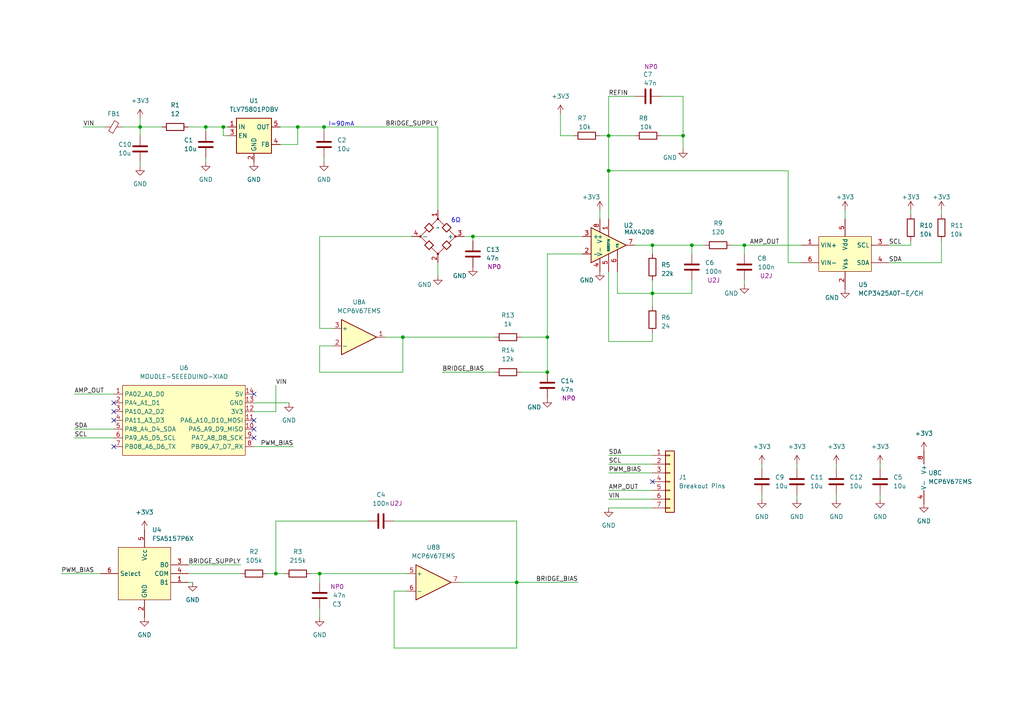
<source format=kicad_sch>
(kicad_sch (version 20230121) (generator eeschema)
  (paper "A4")
  (lib_symbols
    (symbol "1Library:FSA5157P6X"
      (property "Reference" "U" (at -8.8704 5.7829 0))
      (property "Value" "FSA5157P6X" (at -3.7834 3.7163 0))
      (symbol "FSA5157P6X_1_1"
        (rectangle (start -2.54 2.54) (end 12.7 -12.7) (fill (type background)))
        (pin input line (at 17.78 -7.62 180) (length 5.08) (name "B1") (number "1"))
        (pin input line (at 5.08 -17.78 90) (length 5.08) (name "GND") (number "2"))
        (pin input line (at 17.78 -2.54 180) (length 5.08) (name "B0") (number "3"))
        (pin input line (at 17.78 -5.08 180) (length 5.08) (name "COM") (number "4"))
        (pin input line (at 5.08 7.62 270) (length 5.08) (name "Vcc") (number "5"))
        (pin input line (at -7.62 -5.08 0) (length 5.08) (name "Select") (number "6"))
      )
    )
    (symbol "1Library:MAX4208AUA+T"
      (property "Reference" "U" (at -5.08 2.54 0))
      (property "Value" "MAX4208" (at -2.54 0 0))
      (symbol "MAX4208AUA+T_0_1"
        (polyline (pts (xy 5.08 -2.54) (xy 15.24 -7.62) (xy 5.08 -12.7) (xy 5.08 -2.54)) (stroke (width 0.254)) (fill (type background)))
      )
      (symbol "MAX4208AUA+T_1_1"
        (pin input line (at 10.16 0 270) (length 5.2) (name "REFIN") (number "1"))
        (pin input line (at 2.54 -10.16 0) (length 2.54) (name "-") (number "2"))
        (pin input line (at 2.54 -5.08 0) (length 2.54) (name "+") (number "3"))
        (pin power_in line (at 7.62 -15.24 90) (length 3.81) (name "V-") (number "4"))
        (pin input line (at 10.16 -15.24 90) (length 5.2) (name "REF") (number "5"))
        (pin input line (at 12.7 -15.24 90) (length 6.35) (name "FB") (number "6"))
        (pin output line (at 17.78 -7.62 180) (length 2.54) (name "~") (number "7"))
        (pin power_in line (at 7.62 0 270) (length 3.81) (name "V+") (number "8"))
      )
    )
    (symbol "1Library:MCP3425A0T-E/CH"
      (property "Reference" "U" (at -10.0041 3.1828 0))
      (property "Value" "MCP3425A0T-E/CH" (at -1.3986 1.3812 0))
      (symbol "MCP3425A0T-E/CH_1_1"
        (rectangle (start 2.54 0) (end 17.78 -10.16) (fill (type background)))
        (pin input line (at -2.54 -2.54 0) (length 5.08) (name "VIN+") (number "1"))
        (pin input line (at 10.16 -15.24 90) (length 5.08) (name "Vss") (number "2"))
        (pin input line (at 22.86 -2.54 180) (length 5.08) (name "SCL") (number "3"))
        (pin input line (at 22.86 -7.62 180) (length 5.08) (name "SDA") (number "4"))
        (pin input line (at 10.16 5.08 270) (length 5.08) (name "Vdd") (number "5"))
        (pin input line (at -2.54 -7.62 0) (length 5.08) (name "VIN-") (number "6"))
      )
    )
    (symbol "1Library:MOUDLE-SEEEDUINO-XIAO"
      (property "Reference" "U" (at -16.51 11.43 0))
      (property "Value" "MOUDLE-SEEEDUINO-XIAO" (at -3.81 -11.43 0))
      (symbol "MOUDLE-SEEEDUINO-XIAO_1_1"
        (rectangle (start -16.51 10.16) (end 19.05 -10.16) (fill (type background)))
        (pin passive line (at -19.05 7.62 0) (length 2.54) (name "PA02_A0_D0") (number "1"))
        (pin passive line (at 21.59 -2.54 180) (length 2.54) (name "PA5_A9_D9_MISO") (number "10"))
        (pin passive line (at 21.59 0 180) (length 2.54) (name "PA6_A10_D10_MOSI") (number "11"))
        (pin passive line (at 21.59 2.54 180) (length 2.54) (name "3V3") (number "12"))
        (pin passive line (at 21.59 5.08 180) (length 2.54) (name "GND") (number "13"))
        (pin passive line (at 21.59 7.62 180) (length 2.54) (name "5V") (number "14"))
        (pin passive line (at -19.05 5.08 0) (length 2.54) (name "PA4_A1_D1") (number "2"))
        (pin passive line (at -19.05 2.54 0) (length 2.54) (name "PA10_A2_D2") (number "3"))
        (pin passive line (at -19.05 0 0) (length 2.54) (name "PA11_A3_D3") (number "4"))
        (pin passive line (at -19.05 -2.54 0) (length 2.54) (name "PA8_A4_D4_SDA") (number "5"))
        (pin passive line (at -19.05 -5.08 0) (length 2.54) (name "PA9_A5_D5_SCL") (number "6"))
        (pin passive line (at -19.05 -7.62 0) (length 2.54) (name "PB08_A6_D6_TX") (number "7"))
        (pin passive line (at 21.59 -7.62 180) (length 2.54) (name "PB09_A7_D7_RX") (number "8"))
        (pin passive line (at 21.59 -5.08 180) (length 2.54) (name "PA7_A8_D8_SCK") (number "9"))
      )
    )
    (symbol "1Library:bridge"
      (symbol "bridge_0_1"
        (circle (center -5.08 -2.54) (radius 0.254) (fill (type outline)))
        (circle (center 0 -7.62) (radius 0.254) (fill (type outline)))
        (polyline (pts (xy -2.54 -3.81) (xy -3.81 -5.08) (xy -2.54 -6.35) (xy -1.27 -5.08) (xy -2.54 -3.81)) (stroke (width 0.254)))
        (polyline (pts (xy 1.27 0) (xy 2.54 1.27) (xy 3.81 0) (xy 2.54 -1.27) (xy 1.27 0)) (stroke (width 0.254)))
        (polyline (pts (xy 3.81 -5.08) (xy 2.54 -3.81) (xy 1.27 -5.08) (xy 2.54 -6.35) (xy 3.81 -5.08)) (stroke (width 0.254)))
        (circle (center 0 2.54) (radius 0.254) (fill (type outline)))
        (circle (center 5.08 -2.54) (radius 0.254) (fill (type outline)))
      )
      (symbol "bridge_1_1"
        (polyline (pts (xy -3.175 -4.445) (xy -5.08 -2.54) (xy -3.175 -0.635)))
        (polyline (pts (xy -1.905 0.635) (xy 0 2.54) (xy 1.905 0.635)))
        (polyline (pts (xy 1.905 -5.715) (xy 0 -7.62) (xy -1.905 -5.715)))
        (polyline (pts (xy 3.175 -0.635) (xy 5.08 -2.54) (xy 3.175 -4.445)))
        (polyline (pts (xy -3.81 0) (xy -2.54 -1.27) (xy -1.27 0) (xy -2.54 1.27) (xy -3.81 0)) (stroke (width 0.254)))
        (pin passive line (at 0 5.08 270) (length 2.54) (name "~") (number "1"))
        (pin passive line (at 0 -10.16 90) (length 2.54) (name "~") (number "2"))
        (pin passive line (at 7.62 -2.54 180) (length 2.54) (name "+") (number "3"))
        (pin passive line (at -7.62 -2.54 0) (length 2.54) (name "-") (number "4"))
      )
    )
    (symbol "Amplifier_Operational:MCP6V67EMS" (pin_names (offset 0.127))
      (property "Reference" "U" (at 0 5.08 0))
      (property "Value" "MCP6V67EMS" (at 0 -5.08 0))
      (symbol "MCP6V67EMS_1_1"
        (polyline (pts (xy -5.08 5.08) (xy 5.08 0) (xy -5.08 -5.08) (xy -5.08 5.08)) (stroke (width 0.254)) (fill (type background)))
        (pin output line (at 7.62 0 180) (length 2.54) (name "~") (number "1"))
        (pin input line (at -7.62 -2.54 0) (length 2.54) (name "-") (number "2"))
        (pin input line (at -7.62 2.54 0) (length 2.54) (name "+") (number "3"))
      )
      (symbol "MCP6V67EMS_2_1"
        (polyline (pts (xy -5.08 5.08) (xy 5.08 0) (xy -5.08 -5.08) (xy -5.08 5.08)) (stroke (width 0.254)) (fill (type background)))
        (pin input line (at -7.62 2.54 0) (length 2.54) (name "+") (number "5"))
        (pin input line (at -7.62 -2.54 0) (length 2.54) (name "-") (number "6"))
        (pin output line (at 7.62 0 180) (length 2.54) (name "~") (number "7"))
      )
      (symbol "MCP6V67EMS_3_1"
        (pin power_in line (at -2.54 -7.62 90) (length 3.81) (name "V-") (number "4"))
        (pin power_in line (at -2.54 7.62 270) (length 3.81) (name "V+") (number "8"))
      )
    )
    (symbol "Connector_Generic:Conn_01x07" (pin_names (offset 1.016) hide)
      (property "Reference" "J" (at 0 10.16 0))
      (property "Value" "Conn_01x07" (at 0 -10.16 0))
      (symbol "Conn_01x07_1_1"
        (rectangle (start -1.27 -7.493) (end 0 -7.747) (stroke (width 0.1524)))
        (rectangle (start -1.27 -4.953) (end 0 -5.207) (stroke (width 0.1524)))
        (rectangle (start -1.27 -2.413) (end 0 -2.667) (stroke (width 0.1524)))
        (rectangle (start -1.27 0.127) (end 0 -0.127) (stroke (width 0.1524)))
        (rectangle (start -1.27 2.667) (end 0 2.413) (stroke (width 0.1524)))
        (rectangle (start -1.27 5.207) (end 0 4.953) (stroke (width 0.1524)))
        (rectangle (start -1.27 7.747) (end 0 7.493) (stroke (width 0.1524)))
        (rectangle (start -1.27 8.89) (end 1.27 -8.89) (stroke (width 0.254)) (fill (type background)))
        (pin passive line (at -5.08 7.62 0) (length 3.81) (name "Pin_1") (number "1"))
        (pin passive line (at -5.08 5.08 0) (length 3.81) (name "Pin_2") (number "2"))
        (pin passive line (at -5.08 2.54 0) (length 3.81) (name "Pin_3") (number "3"))
        (pin passive line (at -5.08 0 0) (length 3.81) (name "Pin_4") (number "4"))
        (pin passive line (at -5.08 -2.54 0) (length 3.81) (name "Pin_5") (number "5"))
        (pin passive line (at -5.08 -5.08 0) (length 3.81) (name "Pin_6") (number "6"))
        (pin passive line (at -5.08 -7.62 0) (length 3.81) (name "Pin_7") (number "7"))
      )
    )
    (symbol "Device:C" (pin_numbers hide) (pin_names (offset 0.254))
      (property "Reference" "C" (at 0.635 2.54 0))
      (property "Value" "C" (at 0.635 -2.54 0))
      (symbol "C_0_1"
        (polyline (pts (xy -2.032 -0.762) (xy 2.032 -0.762)) (stroke (width 0.508)))
        (polyline (pts (xy -2.032 0.762) (xy 2.032 0.762)) (stroke (width 0.508)))
      )
      (symbol "C_1_1"
        (pin passive line (at 0 3.81 270) (length 2.794) (name "~") (number "1"))
        (pin passive line (at 0 -3.81 90) (length 2.794) (name "~") (number "2"))
      )
    )
    (symbol "Device:FerriteBead_Small" (pin_numbers hide) (pin_names (offset 0))
      (property "Reference" "FB" (at 1.905 1.27 0))
      (property "Value" "FerriteBead_Small" (at 1.905 -1.27 0))
      (symbol "FerriteBead_Small_0_1"
        (polyline (pts (xy 0 -1.27) (xy 0 -0.7874)))
        (polyline (pts (xy 0 0.889) (xy 0 1.2954)))
        (polyline (pts (xy -1.8288 0.2794) (xy -1.1176 1.4986) (xy 1.8288 -0.2032) (xy 1.1176 -1.4224) (xy -1.8288 0.2794)))
      )
      (symbol "FerriteBead_Small_1_1"
        (pin passive line (at 0 2.54 270) (length 1.27) (name "~") (number "1"))
        (pin passive line (at 0 -2.54 90) (length 1.27) (name "~") (number "2"))
      )
    )
    (symbol "Device:R" (pin_numbers hide) (pin_names (offset 0))
      (property "Reference" "R" (at 2.032 0 90))
      (property "Value" "R" (at 0 0 90))
      (symbol "R_0_1"
        (rectangle (start -1.016 -2.54) (end 1.016 2.54) (stroke (width 0.254)))
      )
      (symbol "R_1_1"
        (pin passive line (at 0 3.81 270) (length 1.27) (name "~") (number "1"))
        (pin passive line (at 0 -3.81 90) (length 1.27) (name "~") (number "2"))
      )
    )
    (symbol "Regulator_Linear:TLV75801PDBV"
      (property "Reference" "U" (at -3.81 6.35 0))
      (property "Value" "TLV75801PDBV" (at 0 6.35 0))
      (symbol "TLV75801PDBV_0_1"
        (rectangle (start 5.08 -5.08) (end -5.08 5.08) (stroke (width 0.254)) (fill (type background)))
      )
      (symbol "TLV75801PDBV_1_1"
        (pin power_in line (at -7.62 2.54 0) (length 2.54) (name "IN") (number "1"))
        (pin power_in line (at 0 -7.62 90) (length 2.54) (name "GND") (number "2"))
        (pin input line (at -7.62 0 0) (length 2.54) (name "EN") (number "3"))
        (pin input line (at 7.62 -2.54 180) (length 2.54) (name "FB") (number "4"))
        (pin power_out line (at 7.62 2.54 180) (length 2.54) (name "OUT") (number "5"))
      )
    )
    (symbol "power:+3V3" (power) (pin_names (offset 0))
      (property "Value" "+3V3" (at 0 3.556 0))
      (symbol "+3V3_0_1"
        (polyline (pts (xy -0.762 1.27) (xy 0 2.54)))
        (polyline (pts (xy 0 0) (xy 0 2.54)))
        (polyline (pts (xy 0 2.54) (xy 0.762 1.27)))
      )
      (symbol "+3V3_1_1"
        (pin power_in line (at 0 0 90) (length 0) hide (name "+3V3") (number "1"))
      )
    )
    (symbol "power:GND" (power) (pin_names (offset 0))
      (property "Value" "GND" (at 0 -3.81 0))
      (symbol "GND_0_1"
        (polyline (pts (xy 0 0) (xy 0 -1.27) (xy 1.27 -1.27) (xy 0 -2.54) (xy -1.27 -1.27) (xy 0 -1.27)))
      )
      (symbol "GND_1_1"
        (pin power_in line (at 0 0 270) (length 0) hide (name "GND") (number "1"))
      )
    )
  )
  (junction (at 116.84 97.79))
  (junction (at 158.75 107.95))
  (junction (at 64.77 36.83))
  (junction (at 93.98 36.83))
  (junction (at 149.86 168.91))
  (junction (at 137.16 68.58))
  (junction (at 40.64 36.83))
  (junction (at 198.12 39.37))
  (junction (at 80.01 166.37))
  (junction (at 59.69 36.83))
  (junction (at 92.71 166.37))
  (junction (at 86.36 36.83))
  (junction (at 200.66 71.12))
  (junction (at 158.75 97.79))
  (junction (at 189.23 71.12))
  (junction (at 176.53 39.37))
  (junction (at 176.53 49.53))
  (junction (at 189.23 85.09))
  (junction (at 215.9 71.12))
  (no_connect (at 73.66 114.3))
  (no_connect (at 73.66 127))
  (no_connect (at 73.66 124.46))
  (no_connect (at 189.23 139.7))
  (no_connect (at 33.02 129.54))
  (no_connect (at 33.02 116.84))
  (no_connect (at 33.02 119.38))
  (no_connect (at 73.66 121.92))
  (no_connect (at 33.02 121.92))
  (wire (pts (xy 114.3 187.96) (xy 149.86 187.96)))
  (wire (pts (xy 92.71 166.37) (xy 118.11 166.37)))
  (wire (pts (xy 220.98 144.78) (xy 220.98 143.51)))
  (wire (pts (xy 198.12 39.37) (xy 198.12 27.94)))
  (wire (pts (xy 133.35 168.91) (xy 149.86 168.91)))
  (wire (pts (xy 191.77 27.94) (xy 198.12 27.94)))
  (wire (pts (xy 176.53 134.62) (xy 189.23 134.62)))
  (wire (pts (xy 215.9 73.66) (xy 215.9 71.12)))
  (wire (pts (xy 215.9 82.55) (xy 215.9 81.28)))
  (wire (pts (xy 54.61 166.37) (xy 69.85 166.37)))
  (wire (pts (xy 92.71 68.58) (xy 119.38 68.58)))
  (wire (pts (xy 189.23 71.12) (xy 200.66 71.12)))
  (wire (pts (xy 86.36 36.83) (xy 93.98 36.83)))
  (wire (pts (xy 189.23 71.12) (xy 189.23 73.66)))
  (wire (pts (xy 257.81 76.2) (xy 273.05 76.2)))
  (wire (pts (xy 220.98 134.62) (xy 220.98 135.89)))
  (wire (pts (xy 158.75 107.95) (xy 158.75 97.79)))
  (wire (pts (xy 93.98 36.83) (xy 127 36.83)))
  (wire (pts (xy 21.59 124.46) (xy 33.02 124.46)))
  (wire (pts (xy 149.86 168.91) (xy 149.86 187.96)))
  (wire (pts (xy 198.12 39.37) (xy 198.12 43.18)))
  (wire (pts (xy 80.01 166.37) (xy 82.55 166.37)))
  (wire (pts (xy 158.75 73.66) (xy 168.91 73.66)))
  (wire (pts (xy 21.59 114.3) (xy 33.02 114.3)))
  (wire (pts (xy 137.16 68.58) (xy 168.91 68.58)))
  (wire (pts (xy 255.27 134.62) (xy 255.27 135.89)))
  (wire (pts (xy 73.66 116.84) (xy 83.82 116.84)))
  (wire (pts (xy 200.66 81.28) (xy 200.66 85.09)))
  (wire (pts (xy 273.05 76.2) (xy 273.05 69.85)))
  (wire (pts (xy 149.86 168.91) (xy 149.86 151.13)))
  (wire (pts (xy 66.04 36.83) (xy 64.77 36.83)))
  (wire (pts (xy 151.13 107.95) (xy 158.75 107.95)))
  (wire (pts (xy 257.81 71.12) (xy 264.16 71.12)))
  (wire (pts (xy 116.84 107.95) (xy 116.84 97.79)))
  (wire (pts (xy 231.14 144.78) (xy 231.14 143.51)))
  (wire (pts (xy 59.69 36.83) (xy 54.61 36.83)))
  (wire (pts (xy 245.11 60.96) (xy 245.11 63.5)))
  (wire (pts (xy 179.07 85.09) (xy 189.23 85.09)))
  (wire (pts (xy 127 36.83) (xy 127 60.96)))
  (wire (pts (xy 55.88 168.91) (xy 54.61 168.91)))
  (wire (pts (xy 21.59 127) (xy 33.02 127)))
  (wire (pts (xy 215.9 71.12) (xy 232.41 71.12)))
  (wire (pts (xy 176.53 49.53) (xy 176.53 63.5)))
  (wire (pts (xy 176.53 144.78) (xy 189.23 144.78)))
  (wire (pts (xy 40.64 39.37) (xy 40.64 36.83)))
  (wire (pts (xy 90.17 166.37) (xy 92.71 166.37)))
  (wire (pts (xy 176.53 99.06) (xy 189.23 99.06)))
  (wire (pts (xy 40.64 46.99) (xy 40.64 48.26)))
  (wire (pts (xy 66.04 39.37) (xy 64.77 39.37)))
  (wire (pts (xy 73.66 129.54) (xy 85.09 129.54)))
  (wire (pts (xy 228.6 76.2) (xy 232.41 76.2)))
  (wire (pts (xy 264.16 71.12) (xy 264.16 69.85)))
  (wire (pts (xy 143.51 107.95) (xy 128.27 107.95)))
  (wire (pts (xy 59.69 45.72) (xy 59.69 46.99)))
  (wire (pts (xy 264.16 60.96) (xy 264.16 62.23)))
  (wire (pts (xy 64.77 36.83) (xy 64.77 39.37)))
  (wire (pts (xy 198.12 39.37) (xy 191.77 39.37)))
  (wire (pts (xy 176.53 132.08) (xy 189.23 132.08)))
  (wire (pts (xy 93.98 46.99) (xy 93.98 45.72)))
  (wire (pts (xy 176.53 147.32) (xy 189.23 147.32)))
  (wire (pts (xy 114.3 171.45) (xy 114.3 187.96)))
  (wire (pts (xy 24.13 36.83) (xy 30.48 36.83)))
  (wire (pts (xy 46.99 36.83) (xy 40.64 36.83)))
  (wire (pts (xy 179.07 85.09) (xy 179.07 78.74)))
  (wire (pts (xy 158.75 73.66) (xy 158.75 97.79)))
  (wire (pts (xy 73.66 119.38) (xy 80.01 119.38)))
  (wire (pts (xy 200.66 71.12) (xy 200.66 73.66)))
  (wire (pts (xy 162.56 39.37) (xy 162.56 33.02)))
  (wire (pts (xy 273.05 60.96) (xy 273.05 62.23)))
  (wire (pts (xy 149.86 168.91) (xy 167.64 168.91)))
  (wire (pts (xy 35.56 36.83) (xy 40.64 36.83)))
  (wire (pts (xy 92.71 68.58) (xy 92.71 95.25)))
  (wire (pts (xy 54.61 163.83) (xy 69.85 163.83)))
  (wire (pts (xy 81.28 41.91) (xy 86.36 41.91)))
  (wire (pts (xy 96.52 100.33) (xy 92.71 100.33)))
  (wire (pts (xy 255.27 144.78) (xy 255.27 143.51)))
  (wire (pts (xy 92.71 107.95) (xy 116.84 107.95)))
  (wire (pts (xy 176.53 39.37) (xy 184.15 39.37)))
  (wire (pts (xy 173.99 39.37) (xy 176.53 39.37)))
  (wire (pts (xy 59.69 38.1) (xy 59.69 36.83)))
  (wire (pts (xy 59.69 36.83) (xy 64.77 36.83)))
  (wire (pts (xy 176.53 142.24) (xy 189.23 142.24)))
  (wire (pts (xy 176.53 27.94) (xy 176.53 39.37)))
  (wire (pts (xy 80.01 151.13) (xy 80.01 166.37)))
  (wire (pts (xy 17.78 166.37) (xy 29.21 166.37)))
  (wire (pts (xy 80.01 119.38) (xy 80.01 111.76)))
  (wire (pts (xy 86.36 36.83) (xy 81.28 36.83)))
  (wire (pts (xy 111.76 97.79) (xy 116.84 97.79)))
  (wire (pts (xy 173.99 60.96) (xy 173.99 63.5)))
  (wire (pts (xy 200.66 71.12) (xy 204.47 71.12)))
  (wire (pts (xy 184.15 27.94) (xy 176.53 27.94)))
  (wire (pts (xy 114.3 151.13) (xy 149.86 151.13)))
  (wire (pts (xy 176.53 39.37) (xy 176.53 49.53)))
  (wire (pts (xy 228.6 76.2) (xy 228.6 49.53)))
  (wire (pts (xy 134.62 68.58) (xy 137.16 68.58)))
  (wire (pts (xy 77.47 166.37) (xy 80.01 166.37)))
  (wire (pts (xy 212.09 71.12) (xy 215.9 71.12)))
  (wire (pts (xy 162.56 39.37) (xy 166.37 39.37)))
  (wire (pts (xy 189.23 99.06) (xy 189.23 96.52)))
  (wire (pts (xy 151.13 97.79) (xy 158.75 97.79)))
  (wire (pts (xy 116.84 97.79) (xy 143.51 97.79)))
  (wire (pts (xy 231.14 134.62) (xy 231.14 135.89)))
  (wire (pts (xy 86.36 41.91) (xy 86.36 36.83)))
  (wire (pts (xy 92.71 95.25) (xy 96.52 95.25)))
  (wire (pts (xy 176.53 137.16) (xy 189.23 137.16)))
  (wire (pts (xy 189.23 81.28) (xy 189.23 85.09)))
  (wire (pts (xy 242.57 144.78) (xy 242.57 143.51)))
  (wire (pts (xy 92.71 179.07) (xy 92.71 176.53)))
  (wire (pts (xy 200.66 85.09) (xy 189.23 85.09)))
  (wire (pts (xy 184.15 71.12) (xy 189.23 71.12)))
  (wire (pts (xy 127 80.01) (xy 127 76.2)))
  (wire (pts (xy 92.71 166.37) (xy 92.71 168.91)))
  (wire (pts (xy 92.71 100.33) (xy 92.71 107.95)))
  (wire (pts (xy 137.16 69.85) (xy 137.16 68.58)))
  (wire (pts (xy 189.23 85.09) (xy 189.23 88.9)))
  (wire (pts (xy 93.98 38.1) (xy 93.98 36.83)))
  (wire (pts (xy 106.68 151.13) (xy 80.01 151.13)))
  (wire (pts (xy 40.64 36.83) (xy 40.64 34.29)))
  (wire (pts (xy 228.6 49.53) (xy 176.53 49.53)))
  (wire (pts (xy 242.57 134.62) (xy 242.57 135.89)))
  (wire (pts (xy 176.53 78.74) (xy 176.53 99.06)))
  (wire (pts (xy 118.11 171.45) (xy 114.3 171.45)))
  (text "6Ω" (at 130.81 64.77 0) (effects (font (size 1.27 1.27)) (justify left bottom)))
  (text "I=90mA\n" (at 95.25 36.83 0) (effects (font (size 1.27 1.27)) (justify left bottom)))
  (label "AMP_OUT" (at 21.59 114.3 0))
  (label "VIN" (at 176.53 144.78 0))
  (label "BRIDGE_BIAS" (at 128.27 107.95 0))
  (label "BRIDGE_BIAS" (at 167.64 168.91 180))
  (label "VIN" (at 24.13 36.83 0))
  (label "SDA" (at 21.59 124.46 0))
  (label "BRIDGE_SUPPLY" (at 69.85 163.83 180))
  (label "BRIDGE_SUPPLY" (at 127 36.83 180))
  (label "SDA" (at 257.81 76.2 0))
  (label "SDA" (at 176.53 132.08 0))
  (label "VIN" (at 80.01 111.76 0))
  (label "PWM_BIAS" (at 17.78 166.37 0))
  (label "PWM_BIAS" (at 176.53 137.16 0))
  (label "SCL" (at 176.53 134.62 0))
  (label "AMP_OUT" (at 226.06 71.12 180))
  (label "SCL" (at 257.81 71.12 0))
  (label "REFIN" (at 176.53 27.94 0))
  (label "SCL" (at 21.59 127 0))
  (label "AMP_OUT" (at 176.53 142.24 0))
  (label "PWM_BIAS" (at 85.09 129.54 180))
  (symbol (lib_id "power:GND") (at 176.53 147.32 0) (unit 1)
    (property "Reference" "#PWR032" (effects hide))
    (property "Value" "GND" (at 176.53 152.4 0))
  )
  (symbol (lib_id "power:+3V3") (at 267.97 130.81 0) (unit 1)
    (property "Reference" "#PWR034" (effects hide))
    (property "Value" "+3V3" (at 267.97 125.73 0))
  )
  (symbol (lib_id "Device:R") (at 170.18 39.37 270) (unit 1)
    (property "Reference" "R7" (at 170.18 34.29 90) (effects (justify right)))
    (property "Value" "10k" (at 171.45 36.83 90) (effects (justify right)))
    (property "Footprint" "Resistor_SMD:R_0805_2012Metric" (effects hide))
    (property "DigiKey" "RMCF0805FT10K0CT-ND" (effects hide))
  )
  (symbol (lib_id "Device:C") (at 215.9 77.47 180) (unit 1)
    (property "Reference" "C8" (at 220.98 74.93 0))
    (property "Value" "100n" (at 222.25 77.47 0))
    (property "Footprint" "Capacitor_SMD:C_0805_2012Metric" (effects hide))
    (property "DigiKey" "490-11592-1-ND" (effects hide))
    (property "TempCo" "U2J" (at 222.25 80.01 0))
  )
  (symbol (lib_id "power:GND") (at 137.16 77.47 0) (unit 1)
    (property "Reference" "#PWR033" (effects hide))
    (property "Value" "GND" (at 133.35 80.01 0))
  )
  (symbol (lib_id "Device:C") (at 93.98 41.91 0) (unit 1)
    (property "Reference" "C2" (at 97.79 40.64 0) (effects (justify left)))
    (property "Value" "10u" (at 97.79 43.18 0) (effects (justify left)))
    (property "Footprint" "Capacitor_SMD:C_0805_2012Metric" (effects hide))
    (property "DigiKey" "1276-1764-1-ND" (effects hide))
  )
  (symbol (lib_id "Device:R") (at 187.96 39.37 270) (unit 1)
    (property "Reference" "R8" (at 187.96 34.29 90) (effects (justify right)))
    (property "Value" "10k" (at 189.23 36.83 90) (effects (justify right)))
    (property "Footprint" "Resistor_SMD:R_0805_2012Metric" (effects hide))
    (property "DigiKey" "RMCF0805FT10K0CT-ND" (effects hide))
  )
  (symbol (lib_id "power:GND") (at 173.99 78.74 0) (unit 1)
    (property "Reference" "#PWR013" (effects hide))
    (property "Value" "GND" (at 170.18 81.28 0))
  )
  (symbol (lib_id "power:+3V3") (at 245.11 60.96 0) (unit 1)
    (property "Reference" "#PWR018" (effects hide))
    (property "Value" "+3V3" (at 245.11 57.15 0))
  )
  (symbol (lib_id "power:GND") (at 93.98 46.99 0) (unit 1)
    (property "Reference" "#PWR04" (effects hide))
    (property "Value" "GND" (at 93.98 52.07 0))
  )
  (symbol (lib_id "Device:C") (at 110.49 151.13 90) (unit 1)
    (property "Reference" "C4" (at 110.49 143.51 90))
    (property "Value" "100n" (at 110.49 146.05 90))
    (property "Footprint" "Capacitor_SMD:C_0805_2012Metric" (effects hide))
    (property "DigiKey" "490-11592-1-ND" (effects hide))
    (property "TempCo" "U2J" (at 114.8794 146.008 90))
  )
  (symbol (lib_id "Device:C") (at 255.27 139.7 0) (unit 1)
    (property "Reference" "C5" (at 259.08 138.43 0) (effects (justify left)))
    (property "Value" "10u" (at 259.08 140.97 0) (effects (justify left)))
    (property "Footprint" "Capacitor_SMD:C_0805_2012Metric" (effects hide))
    (property "DigiKey" "1276-1764-1-ND" (effects hide))
  )
  (symbol (lib_id "power:GND") (at 158.75 115.57 0) (unit 1)
    (property "Reference" "#PWR06" (effects hide))
    (property "Value" "GND" (at 154.94 118.11 0))
  )
  (symbol (lib_id "Regulator_Linear:TLV75801PDBV") (at 73.66 39.37 0) (unit 1)
    (property "Reference" "U1" (at 73.66 29.21 0))
    (property "Value" "TLV75801PDBV" (at 73.66 31.75 0))
    (property "Footprint" "Package_TO_SOT_SMD:SOT-23-5" (effects hide))
    (property "Datasheet" "https://www.ti.com/lit/ds/symlink/tlv758p.pdf" (effects hide))
    (property "DigiKey" "296-TLV75801PDBVRCT-ND" (effects hide))
  )
  (symbol (lib_id "power:+3V3") (at 173.99 60.96 0) (unit 1)
    (property "Reference" "#PWR012" (effects hide))
    (property "Value" "+3V3" (at 171.45 57.15 0))
  )
  (symbol (lib_id "power:+3V3") (at 40.64 34.29 0) (unit 1)
    (property "Reference" "#PWR02" (effects hide))
    (property "Value" "+3V3" (at 40.64 29.21 0))
  )
  (symbol (lib_id "1Library:MCP3425A0T-E/CH") (at 234.95 68.58 0) (unit 1)
    (property "Reference" "U5" (at 248.92 82.55 0) (effects (justify left)))
    (property "Value" "MCP3425A0T-E/CH" (at 248.92 85.09 0) (effects (justify left)))
    (property "Footprint" "Package_TO_SOT_SMD:SOT-23-6" (effects hide))
    (property "DigiKey" "MCP3425A0T-E/CHCT-ND" (effects hide))
  )
  (symbol (lib_id "power:GND") (at 242.57 144.78 0) (unit 1)
    (property "Reference" "#PWR030" (effects hide))
    (property "Value" "GND" (at 242.57 149.86 0))
  )
  (symbol (lib_id "Device:C") (at 242.57 139.7 0) (unit 1)
    (property "Reference" "C12" (at 246.38 138.43 0) (effects (justify left)))
    (property "Value" "10u" (at 246.38 140.97 0) (effects (justify left)))
    (property "Footprint" "Capacitor_SMD:C_0805_2012Metric" (effects hide))
    (property "DigiKey" "1276-1764-1-ND" (effects hide))
  )
  (symbol (lib_id "power:+3V3") (at 242.57 134.62 0) (unit 1)
    (property "Reference" "#PWR029" (effects hide))
    (property "Value" "+3V3" (at 242.57 129.54 0))
  )
  (symbol (lib_id "Device:C") (at 220.98 139.7 0) (unit 1)
    (property "Reference" "C9" (at 224.79 138.43 0) (effects (justify left)))
    (property "Value" "10u" (at 224.79 140.97 0) (effects (justify left)))
    (property "Footprint" "Capacitor_SMD:C_0805_2012Metric" (effects hide))
    (property "DigiKey" "1276-1764-1-ND" (effects hide))
  )
  (symbol (lib_id "Device:R") (at 50.8 36.83 90) (unit 1)
    (property "Reference" "R1" (at 50.8 30.48 90))
    (property "Value" "12" (at 50.8 33.02 90))
    (property "Footprint" "Resistor_SMD:R_0805_2012Metric" (effects hide))
    (property "DigiKey" "RMCF0805JT12R0CT-ND" (effects hide))
  )
  (symbol (lib_id "power:GND") (at 198.12 43.18 0) (unit 1)
    (property "Reference" "#PWR015" (effects hide))
    (property "Value" "GND" (at 194.31 45.72 0))
  )
  (symbol (lib_id "Device:C") (at 187.96 27.94 270) (unit 1)
    (property "Reference" "C7" (at 189.23 21.59 90) (effects (justify right)))
    (property "Value" "47n" (at 190.5 24.13 90) (effects (justify right)))
    (property "Footprint" "Capacitor_SMD:C_0805_2012Metric" (effects hide))
    (property "DigiKey" "399-C0805C473J3GEC7210CT-ND" (effects hide))
    (property "TempCo" "NP0" (at 188.8218 19.3712 90))
  )
  (symbol (lib_id "Device:R") (at 86.36 166.37 90) (unit 1)
    (property "Reference" "R3" (at 86.36 160.02 90))
    (property "Value" "215k" (at 86.36 162.56 90))
    (property "Footprint" "Resistor_SMD:R_0805_2012Metric" (effects hide))
    (property "DigiKey" "RMCF0805FT215KCT-ND" (effects hide))
  )
  (symbol (lib_id "power:GND") (at 55.88 168.91 0) (unit 1)
    (property "Reference" "#PWR010" (effects hide))
    (property "Value" "GND" (at 55.88 173.99 0))
  )
  (symbol (lib_id "power:GND") (at 92.71 179.07 0) (unit 1)
    (property "Reference" "#PWR05" (effects hide))
    (property "Value" "GND" (at 92.71 184.15 0))
  )
  (symbol (lib_id "power:+3V3") (at 231.14 134.62 0) (unit 1)
    (property "Reference" "#PWR022" (effects hide))
    (property "Value" "+3V3" (at 231.14 129.54 0))
  )
  (symbol (lib_id "Device:R") (at 147.32 107.95 90) (unit 1)
    (property "Reference" "R14" (at 147.32 101.6 90))
    (property "Value" "12k" (at 147.32 104.14 90))
    (property "Footprint" "Resistor_SMD:R_0805_2012Metric" (effects hide))
    (property "DigiKey" "RMCF0805FT12K0CT-ND" (effects hide))
  )
  (symbol (lib_id "Device:R") (at 273.05 66.04 180) (unit 1)
    (property "Reference" "R11" (at 275.59 65.405 0) (effects (justify right)))
    (property "Value" "10k" (at 275.59 67.945 0) (effects (justify right)))
    (property "Footprint" "Resistor_SMD:R_0805_2012Metric" (effects hide))
    (property "DigiKey" "RMCF0805FT10K0CT-ND" (effects hide))
  )
  (symbol (lib_id "power:GND") (at 73.66 46.99 0) (unit 1)
    (property "Reference" "#PWR01" (effects hide))
    (property "Value" "GND" (at 73.66 52.07 0))
  )
  (symbol (lib_id "Device:R") (at 208.28 71.12 90) (unit 1)
    (property "Reference" "R9" (at 208.28 64.77 90))
    (property "Value" "120" (at 208.28 67.31 90))
    (property "Footprint" "Resistor_SMD:R_0805_2012Metric" (effects hide))
    (property "DigiKey" "738-RMCF0805FT120RCT-ND" (effects hide))
  )
  (symbol (lib_id "power:GND") (at 255.27 144.78 0) (unit 1)
    (property "Reference" "#PWR011" (effects hide))
    (property "Value" "GND" (at 255.27 149.86 0))
  )
  (symbol (lib_id "power:+3V3") (at 162.56 33.02 0) (unit 1)
    (property "Reference" "#PWR014" (effects hide))
    (property "Value" "+3V3" (at 162.56 27.94 0))
  )
  (symbol (lib_id "power:GND") (at 127 80.01 0) (unit 1)
    (property "Reference" "#PWR025" (effects hide))
    (property "Value" "GND" (at 123.19 82.55 0))
  )
  (symbol (lib_id "Device:C") (at 59.69 41.91 0) (unit 1)
    (property "Reference" "C1" (at 53.34 40.64 0) (effects (justify left)))
    (property "Value" "10u" (at 53.34 43.18 0) (effects (justify left)))
    (property "Footprint" "Capacitor_SMD:C_0805_2012Metric" (effects hide))
    (property "DigiKey" "1276-1764-1-ND" (effects hide))
  )
  (symbol (lib_id "Amplifier_Operational:MCP6V67EMS") (at 125.73 168.91 0) (unit 2)
    (property "Reference" "U8" (at 125.73 158.75 0))
    (property "Value" "MCP6V67EMS" (at 125.73 161.29 0))
    (property "Footprint" "Package_SO:MSOP-8_3x3mm_P0.65mm" (effects hide))
    (property "Datasheet" "http://ww1.microchip.com/downloads/en/DeviceDoc/MCP6V66-Family-Data-Sheet-DS20006266A.pdf" (effects hide))
    (property "DigiKey" "150-MCP6V67T-E/MSCT-ND" (effects hide))
  )
  (symbol (lib_id "power:GND") (at 59.69 46.99 0) (unit 1)
    (property "Reference" "#PWR03" (effects hide))
    (property "Value" "GND" (at 59.69 52.07 0))
  )
  (symbol (lib_id "power:+3V3") (at 255.27 134.62 0) (unit 1)
    (property "Reference" "#PWR07" (effects hide))
    (property "Value" "+3V3" (at 255.27 129.54 0))
  )
  (symbol (lib_id "Device:R") (at 73.66 166.37 90) (unit 1)
    (property "Reference" "R2" (at 73.66 160.02 90))
    (property "Value" "105k" (at 73.66 162.56 90))
    (property "Footprint" "Resistor_SMD:R_0805_2012Metric" (effects hide))
    (property "DigiKey" "RMCF0805FT105KCT-ND" (effects hide))
  )
  (symbol (lib_id "power:GND") (at 41.91 179.07 0) (unit 1)
    (property "Reference" "#PWR09" (effects hide))
    (property "Value" "GND" (at 41.91 184.15 0))
  )
  (symbol (lib_id "Device:C") (at 200.66 77.47 0) (unit 1)
    (property "Reference" "C6" (at 204.47 76.2 0) (effects (justify left)))
    (property "Value" "100n" (at 204.47 78.74 0) (effects (justify left)))
    (property "Footprint" "Capacitor_SMD:C_0805_2012Metric" (effects hide))
    (property "TempCo" "U2J" (at 207.01 81.28 0))
    (property "DigiKey" "490-11592-1-ND" (effects hide))
  )
  (symbol (lib_id "Device:R") (at 189.23 92.71 0) (unit 1)
    (property "Reference" "R6" (at 191.77 92.075 0) (effects (justify left)))
    (property "Value" "24" (at 191.77 94.615 0) (effects (justify left)))
    (property "Footprint" "Resistor_SMD:R_0805_2012Metric" (effects hide))
    (property "DigiKey" "RMCF0805FT24R0CT-ND" (effects hide))
  )
  (symbol (lib_id "Device:C") (at 231.14 139.7 0) (unit 1)
    (property "Reference" "C11" (at 234.95 138.43 0) (effects (justify left)))
    (property "Value" "10u" (at 234.95 140.97 0) (effects (justify left)))
    (property "Footprint" "Capacitor_SMD:C_0805_2012Metric" (effects hide))
    (property "DigiKey" "1276-1764-1-ND" (effects hide))
  )
  (symbol (lib_id "power:+3V3") (at 41.91 153.67 0) (unit 1)
    (property "Reference" "#PWR08" (effects hide))
    (property "Value" "+3V3" (at 41.91 148.59 0))
  )
  (symbol (lib_id "Device:C") (at 158.75 111.76 180) (unit 1)
    (property "Reference" "C14" (at 162.56 110.49 0) (effects (justify right)))
    (property "Value" "47n" (at 162.56 113.03 0) (effects (justify right)))
    (property "Footprint" "Capacitor_SMD:C_0805_2012Metric" (effects hide))
    (property "DigiKey" "399-C0805C473J3GEC7210CT-ND" (effects hide))
    (property "TempCo" "NP0" (at 164.9575 115.4962 0))
  )
  (symbol (lib_id "1Library:MOUDLE-SEEEDUINO-XIAO") (at 52.07 121.92 0) (unit 1)
    (property "Reference" "U6" (at 53.34 106.68 0))
    (property "Value" "MOUDLE-SEEEDUINO-XIAO" (at 53.34 109.22 0))
    (property "Footprint" "1Library:MOUDLE14P-SMD-2.54-21X17.8MM" (effects hide))
    (property "DigiKey" "1597-102010428-ND" (effects hide))
  )
  (symbol (lib_id "Device:R") (at 147.32 97.79 90) (unit 1)
    (property "Reference" "R13" (at 147.32 91.44 90))
    (property "Value" "1k" (at 147.32 93.98 90))
    (property "Footprint" "Resistor_SMD:R_0805_2012Metric" (effects hide))
    (property "DigiKey" "RMCF0805FT1K00CT-ND" (effects hide))
  )
  (symbol (lib_id "Device:C") (at 40.64 43.18 0) (unit 1)
    (property "Reference" "C10" (at 34.29 41.91 0) (effects (justify left)))
    (property "Value" "10u" (at 34.29 44.45 0) (effects (justify left)))
    (property "Footprint" "Capacitor_SMD:C_0805_2012Metric" (effects hide))
    (property "DigiKey" "1276-1764-1-ND" (effects hide))
  )
  (symbol (lib_id "Device:R") (at 264.16 66.04 180) (unit 1)
    (property "Reference" "R10" (at 266.7 65.405 0) (effects (justify right)))
    (property "Value" "10k" (at 266.7 67.945 0) (effects (justify right)))
    (property "Footprint" "Resistor_SMD:R_0805_2012Metric" (effects hide))
    (property "DigiKey" "RMCF0805FT10K0CT-ND" (effects hide))
  )
  (symbol (lib_id "power:GND") (at 267.97 146.05 0) (unit 1)
    (property "Reference" "#PWR035" (effects hide))
    (property "Value" "GND" (at 267.97 151.13 0))
  )
  (symbol (lib_id "1Library:MAX4208AUA+T") (at 166.37 63.5 0) (unit 1)
    (property "Reference" "U2" (at 182.2721 65.3902 0))
    (property "Value" "MAX4208" (at 185.42 67.31 0))
    (property "Footprint" "Package_SO:MSOP-8_3x3mm_P0.65mm" (effects hide))
    (property "Datasheet" "https://www.analog.com/media/en/technical-documentation/data-sheets/MAX4208-MAX4209.pdf" (effects hide))
    (property "DigiKey" "MAX4208AUA+TCT-ND" (effects hide))
  )
  (symbol (lib_id "Device:C") (at 92.71 172.72 0) (unit 1)
    (property "Reference" "C3" (at 99.06 175.26 0) (effects (justify right)))
    (property "Value" "47n" (at 100.33 172.72 0) (effects (justify right)))
    (property "Footprint" "Capacitor_SMD:C_0805_2012Metric" (effects hide))
    (property "DigiKey" "399-C0805C473J3GEC7210CT-ND" (effects hide))
    (property "TempCo" "NP0" (at 97.79 170.18 0))
  )
  (symbol (lib_id "power:GND") (at 215.9 82.55 0) (unit 1)
    (property "Reference" "#PWR017" (effects hide))
    (property "Value" "GND" (at 212.09 85.09 0))
  )
  (symbol (lib_id "Amplifier_Operational:MCP6V67EMS") (at 270.51 138.43 0) (unit 3)
    (property "Reference" "U8" (at 269.24 137.16 0) (effects (justify left)))
    (property "Value" "MCP6V67EMS" (at 269.24 139.7 0) (effects (justify left)))
    (property "Footprint" "Package_SO:MSOP-8_3x3mm_P0.65mm" (effects hide))
    (property "Datasheet" "http://ww1.microchip.com/downloads/en/DeviceDoc/MCP6V66-Family-Data-Sheet-DS20006266A.pdf" (effects hide))
    (property "DigiKey" "150-MCP6V67T-E/MSCT-ND" (effects hide))
  )
  (symbol (lib_id "Device:C") (at 137.16 73.66 180) (unit 1)
    (property "Reference" "C13" (at 140.97 72.39 0) (effects (justify right)))
    (property "Value" "47n" (at 140.97 74.93 0) (effects (justify right)))
    (property "Footprint" "Capacitor_SMD:C_0805_2012Metric" (effects hide))
    (property "DigiKey" "399-C0805C473J3GEC7210CT-ND" (effects hide))
    (property "TempCo" "NP0" (at 143.3675 77.3962 0))
  )
  (symbol (lib_id "power:GND") (at 220.98 144.78 0) (unit 1)
    (property "Reference" "#PWR024" (effects hide))
    (property "Value" "GND" (at 220.98 149.86 0))
  )
  (symbol (lib_id "1Library:FSA5157P6X") (at 36.83 161.29 0) (unit 1)
    (property "Reference" "U4" (at 44.1041 153.67 0) (effects (justify left)))
    (property "Value" "FSA5157P6X" (at 44.1041 156.21 0) (effects (justify left)))
    (property "Footprint" "Package_TO_SOT_SMD:SOT-363_SC-70-6" (effects hide))
    (property "DigiKey" "FSA5157P6XFSCT-ND" (effects hide))
  )
  (symbol (lib_id "power:GND") (at 40.64 48.26 0) (unit 1)
    (property "Reference" "#PWR026" (effects hide))
    (property "Value" "GND" (at 40.64 53.34 0))
  )
  (symbol (lib_id "power:GND") (at 231.14 144.78 0) (unit 1)
    (property "Reference" "#PWR028" (effects hide))
    (property "Value" "GND" (at 231.14 149.86 0))
  )
  (symbol (lib_id "power:+3V3") (at 273.05 60.96 0) (unit 1)
    (property "Reference" "#PWR021" (effects hide))
    (property "Value" "+3V3" (at 273.05 57.15 0))
  )
  (symbol (lib_id "Connector_Generic:Conn_01x07") (at 194.31 139.7 0) (unit 1) (in_bom no)
    (property "Reference" "J1" (at 196.85 138.43 0) (effects (justify left)))
    (property "Value" "Breakout Pins" (at 196.85 140.97 0) (effects (justify left)))
    (property "Footprint" "Connector_PinHeader_2.54mm:PinHeader_1x07_P2.54mm_Vertical" (effects hide))
  )
  (symbol (lib_id "Device:R") (at 189.23 77.47 0) (unit 1)
    (property "Reference" "R5" (at 191.77 76.835 0) (effects (justify left)))
    (property "Value" "22k" (at 191.77 79.375 0) (effects (justify left)))
    (property "Footprint" "Resistor_SMD:R_0805_2012Metric" (effects hide))
    (property "DigiKey" "RMCF0805FT22K0CT-ND" (effects hide))
  )
  (symbol (lib_id "1Library:bridge") (at 127 66.04 0) (unit 1) (in_bom no)
    (property "Reference" "U7" (effects hide))
    (property "Value" "~" (at 127 66.04 0))
    (property "Footprint" "1Library:bridge" (effects hide))
  )
  (symbol (lib_id "power:GND") (at 245.11 83.82 0) (unit 1)
    (property "Reference" "#PWR019" (effects hide))
    (property "Value" "GND" (at 241.3 86.36 0))
  )
  (symbol (lib_id "Device:FerriteBead_Small") (at 33.02 36.83 90) (unit 1)
    (property "Reference" "FB1" (at 33.02 33.02 90))
    (property "Value" "FerriteBead_Small" (effects hide))
    (property "Footprint" "Resistor_SMD:R_0805_2012Metric" (effects hide))
    (property "DigiKey" "283-MFBM1V2012-102-RCT-ND" (effects hide))
  )
  (symbol (lib_id "power:+3V3") (at 264.16 60.96 0) (unit 1)
    (property "Reference" "#PWR020" (effects hide))
    (property "Value" "+3V3" (at 264.16 57.15 0))
  )
  (symbol (lib_id "power:GND") (at 83.82 116.84 0) (unit 1)
    (property "Reference" "#PWR016" (effects hide))
    (property "Value" "GND" (at 83.82 121.92 0))
  )
  (symbol (lib_id "Amplifier_Operational:MCP6V67EMS") (at 104.14 97.79 0) (unit 1)
    (property "Reference" "U8" (at 104.14 87.63 0))
    (property "Value" "MCP6V67EMS" (at 104.14 90.17 0))
    (property "Footprint" "Package_SO:MSOP-8_3x3mm_P0.65mm" (effects hide))
    (property "Datasheet" "http://ww1.microchip.com/downloads/en/DeviceDoc/MCP6V66-Family-Data-Sheet-DS20006266A.pdf" (effects hide))
    (property "DigiKey" "150-MCP6V67T-E/MSCT-ND" (effects hide))
  )
  (symbol (lib_id "power:+3V3") (at 220.98 134.62 0) (unit 1)
    (property "Reference" "#PWR023" (effects hide))
    (property "Value" "+3V3" (at 220.98 129.54 0))
  )
)
</source>
